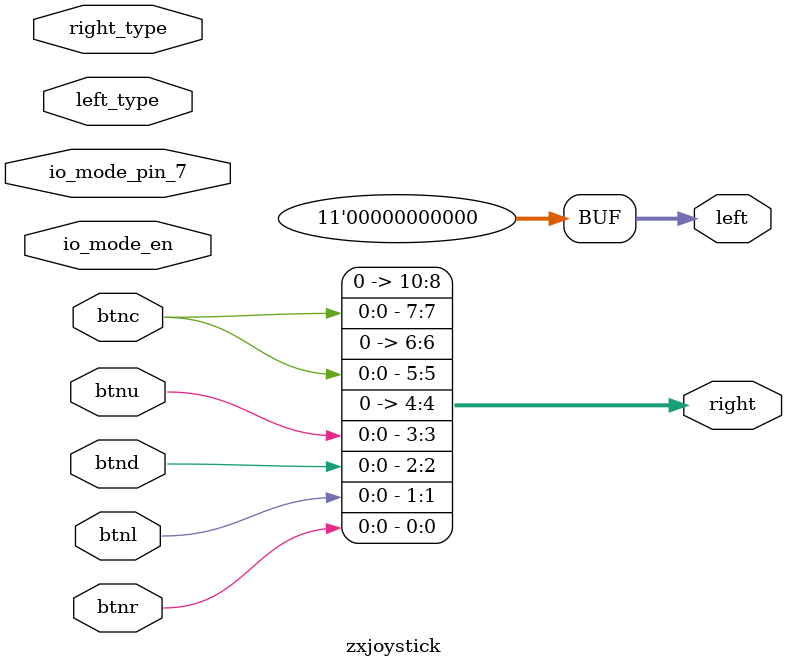
<source format=v>
`timescale 1ns / 1ps


module zxjoystick(

// active high  X Z Y START A C B U D L R [Fire:START C]
    output  [10:0]  left,
    output  [10:0]  right,
    input           io_mode_en,
    input           io_mode_pin_7,
    input   [2:0]   left_type,
    input   [2:0]   right_type,

    input           btnc,
    input           btnu,
    input           btnd,
    input           btnl,
    input           btnr
    );
    
    assign right = {3'b000, btnc, 1'b0, btnc, 1'b0, btnu, btnd, btnl, btnr};
    assign left  = 10'b00_0000_0000;

endmodule

</source>
